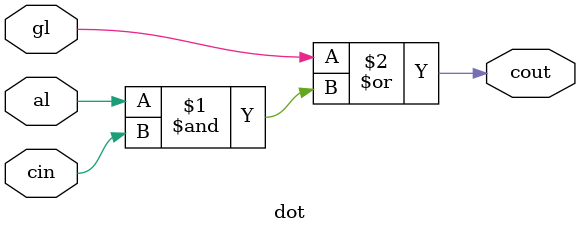
<source format=v>
module dot(cout,gl,al,cin);

input gl,al,cin;
output cout;
assign cout=gl| (al&cin);

endmodule

</source>
